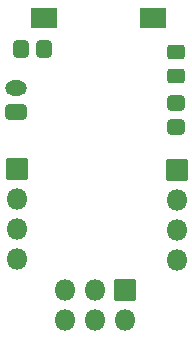
<source format=gbr>
G04 #@! TF.GenerationSoftware,KiCad,Pcbnew,(6.0.8)*
G04 #@! TF.CreationDate,2022-10-25T11:31:58-07:00*
G04 #@! TF.ProjectId,SAMD10_demo_in_progress,53414d44-3130-45f6-9465-6d6f5f696e5f,rev?*
G04 #@! TF.SameCoordinates,Original*
G04 #@! TF.FileFunction,Soldermask,Bot*
G04 #@! TF.FilePolarity,Negative*
%FSLAX46Y46*%
G04 Gerber Fmt 4.6, Leading zero omitted, Abs format (unit mm)*
G04 Created by KiCad (PCBNEW (6.0.8)) date 2022-10-25 11:31:58*
%MOMM*%
%LPD*%
G01*
G04 APERTURE LIST*
G04 Aperture macros list*
%AMRoundRect*
0 Rectangle with rounded corners*
0 $1 Rounding radius*
0 $2 $3 $4 $5 $6 $7 $8 $9 X,Y pos of 4 corners*
0 Add a 4 corners polygon primitive as box body*
4,1,4,$2,$3,$4,$5,$6,$7,$8,$9,$2,$3,0*
0 Add four circle primitives for the rounded corners*
1,1,$1+$1,$2,$3*
1,1,$1+$1,$4,$5*
1,1,$1+$1,$6,$7*
1,1,$1+$1,$8,$9*
0 Add four rect primitives between the rounded corners*
20,1,$1+$1,$2,$3,$4,$5,0*
20,1,$1+$1,$4,$5,$6,$7,0*
20,1,$1+$1,$6,$7,$8,$9,0*
20,1,$1+$1,$8,$9,$2,$3,0*%
G04 Aperture macros list end*
%ADD10RoundRect,0.051000X-0.850000X0.850000X-0.850000X-0.850000X0.850000X-0.850000X0.850000X0.850000X0*%
%ADD11O,1.802000X1.802000*%
%ADD12RoundRect,0.051000X-0.850000X-0.850000X0.850000X-0.850000X0.850000X0.850000X-0.850000X0.850000X0*%
%ADD13RoundRect,0.301000X0.625000X-0.350000X0.625000X0.350000X-0.625000X0.350000X-0.625000X-0.350000X0*%
%ADD14O,1.852000X1.302000*%
%ADD15RoundRect,0.051000X-1.090000X-0.800000X1.090000X-0.800000X1.090000X0.800000X-1.090000X0.800000X0*%
%ADD16RoundRect,0.301000X-0.450000X0.350000X-0.450000X-0.350000X0.450000X-0.350000X0.450000X0.350000X0*%
%ADD17RoundRect,0.301000X-0.350000X-0.450000X0.350000X-0.450000X0.350000X0.450000X-0.350000X0.450000X0*%
%ADD18RoundRect,0.301000X0.450000X-0.325000X0.450000X0.325000X-0.450000X0.325000X-0.450000X-0.325000X0*%
G04 APERTURE END LIST*
D10*
X80150000Y-88560000D03*
D11*
X80150000Y-91100000D03*
X77610000Y-88560000D03*
X77610000Y-91100000D03*
X75070000Y-88560000D03*
X75070000Y-91100000D03*
D12*
X84550000Y-78350000D03*
D11*
X84550000Y-80890000D03*
X84550000Y-83430000D03*
X84550000Y-85970000D03*
D12*
X70950000Y-78250000D03*
D11*
X70950000Y-80790000D03*
X70950000Y-83330000D03*
X70950000Y-85870000D03*
D13*
X70850000Y-73450000D03*
D14*
X70850000Y-71450000D03*
D15*
X73300000Y-65500000D03*
X82500000Y-65500000D03*
D16*
X84400000Y-72700000D03*
X84400000Y-74700000D03*
D17*
X71300000Y-68100000D03*
X73300000Y-68100000D03*
D18*
X84400000Y-70425000D03*
X84400000Y-68375000D03*
M02*

</source>
